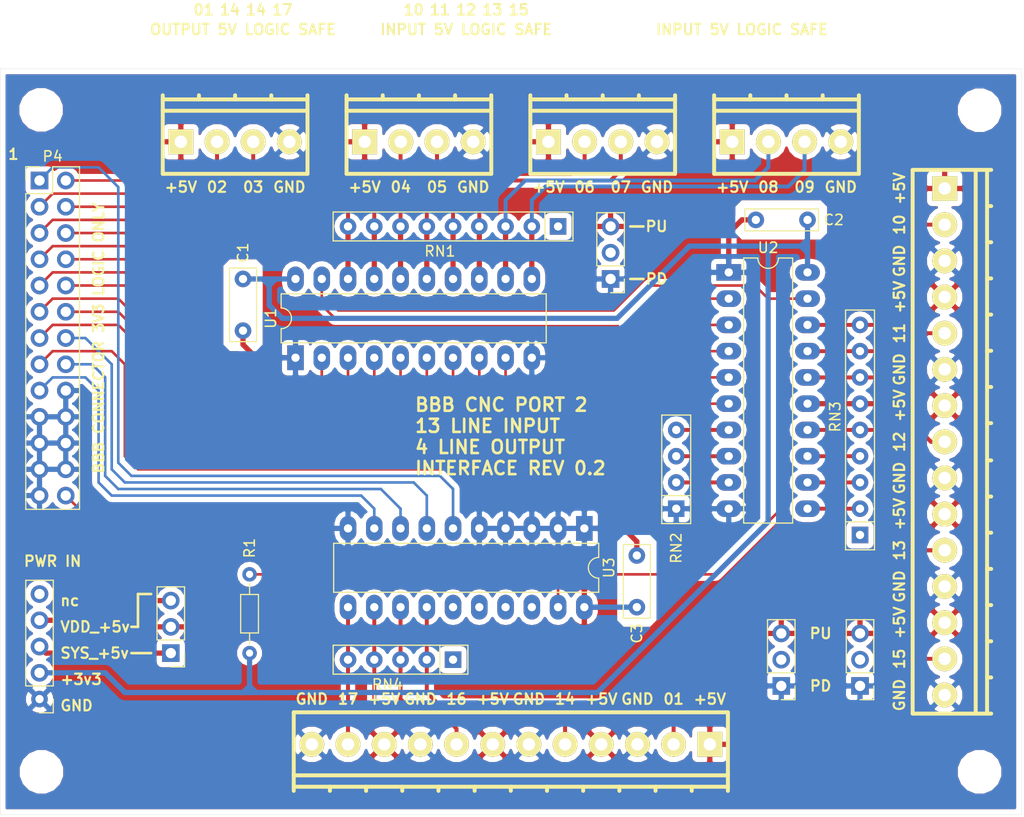
<source format=kicad_pcb>
(kicad_pcb (version 4) (host pcbnew 4.0.6-e0-6349~53~ubuntu16.04.1)
  (layers (0 F.Cu signal hide) (31 B.Cu signal) (35 F.Paste user) (37 F.SilkS user) (39 F.Mask user) (44 Edge.Cuts user))
  (net 0 "")
  (net 1 GND)
  (net 2 +3V3)
  (net 3 +5V)
  (net 4 /IN-09)
  (net 5 /IN-08)
  (net 6 /IN-07)
  (net 7 /IN-06)
  (net 8 /IN-05)
  (net 9 /IN-04)
  (net 10 /IN-03)
  (net 11 /IN-02)
  (net 12 /IN-10)
  (net 13 /IN-11)
  (net 14 /IN-12)
  (net 15 /IN-13)
  (net 16 /IN-15)
  (net 17 /OUT-01)
  (net 18 /OUT-14)
  (net 19 /OUT-16)
  (net 20 /OUT-17)
  (net 21 DB_17)
  (net 22 DB_16)
  (net 23 DB_15)
  (net 24 DB_14)
  (net 25 DB_13)
  (net 26 DB_12)
  (net 27 DB_11)
  (net 28 DB_10)
  (net 29 DB_09)
  (net 30 DB_08)
  (net 31 DB_07)
  (net 32 DB_06)
  (net 33 DB_05)
  (net 34 DB_04)
  (net 35 DB_03)
  (net 36 DB_02)
  (net 37 DB_01)
  (net 38 /SYS_+5v)
  (net 39 /VDD_+5v)
  (net 40 CHIP_ENABLE)
  (net 41 "Net-(RN1-Pad4)")
  (net 42 "Net-(RN1-Pad3)")
  (net 43 "Net-(RN1-Pad2)")
  (net 44 "Net-(RN2-Pad2)")
  (net 45 "Net-(RN2-Pad3)")
  (net 46 "Net-(RN2-Pad4)")
  (module Pin_Headers:Pin_Header_Straight_1x03_Pitch2.54mm (layer F.Cu) (at 84.455 45.72 180)
    (fp_text reference SEL_1 hide)
    (fp_text value Pin_Header_Straight_1x03_Pitch2.54mm hide)
    (pad 1 thru_hole rect (at 0 0 180) (size 1.7 1.7) (drill 1) (layers *.Cu *.Mask) (net 1 GND))
    (pad 2 thru_hole oval (at 0 2.54 180) (size 1.7 1.7) (drill 1) (layers *.Cu *.Mask))
    (pad 3 thru_hole oval (at 0 5.08 180) (size 1.7 1.7) (drill 1) (layers *.Cu *.Mask) (net 3 +5V))
  )
  (module Pin_Headers:Pin_Header_Straight_1x03_Pitch2.54mm (layer F.Cu) (at 108.585 85.09 180)
    (fp_text reference SEL_2 hide)
    (fp_text value Pin_Header_Straight_1x03_Pitch2.54mm hide)
    (pad 1 thru_hole rect (at 0 0 180) (size 1.7 1.7) (drill 1) (layers *.Cu *.Mask) (net 1 GND))
    (pad 2 thru_hole oval (at 0 2.54 180) (size 1.7 1.7) (drill 1) (layers *.Cu *.Mask))
    (pad 3 thru_hole oval (at 0 5.08 180) (size 1.7 1.7) (drill 1) (layers *.Cu *.Mask) (net 3 +5V))
  )
  (module Resistors_THT:R_Array_SIP9 (layer F.Cu) (at 108.585 70.485 90)
    (fp_text reference RN3 (at 11.43 -2.4 90) (layer F.SilkS))
    (fp_text value R_Array_SIP9)
    (pad 1 thru_hole rect (at 0 0 90) (size 1.6 1.6) (drill 0.8) (layers *.Cu *.Mask))
    (pad 2 thru_hole oval (at 2.54 0 90) (size 1.6 1.6) (drill 0.8) (layers *.Cu *.Mask) (net 43 "Net-(RN1-Pad2)"))
    (pad 3 thru_hole oval (at 5.08 0 90) (size 1.6 1.6) (drill 0.8) (layers *.Cu *.Mask) (net 42 "Net-(RN1-Pad3)"))
    (pad 4 thru_hole oval (at 7.62 0 90) (size 1.6 1.6) (drill 0.8) (layers *.Cu *.Mask) (net 41 "Net-(RN1-Pad4)"))
    (pad 5 thru_hole oval (at 10.16 0 90) (size 1.6 1.6) (drill 0.8) (layers *.Cu *.Mask) (net 16 /IN-15))
    (pad 6 thru_hole oval (at 12.7 0 90) (size 1.6 1.6) (drill 0.8) (layers *.Cu *.Mask) (net 15 /IN-13))
    (pad 7 thru_hole oval (at 15.24 0 90) (size 1.6 1.6) (drill 0.8) (layers *.Cu *.Mask) (net 14 /IN-12))
    (pad 8 thru_hole oval (at 17.78 0 90) (size 1.6 1.6) (drill 0.8) (layers *.Cu *.Mask) (net 13 /IN-11))
    (pad 9 thru_hole oval (at 20.32 0 90) (size 1.6 1.6) (drill 0.8) (layers *.Cu *.Mask) (net 12 /IN-10))
  )
  (module Pin_Headers:Pin_Header_Straight_2x13_Pitch2.54mm (layer F.Cu) (at 29.21 36.195)
    (fp_text reference P4 (at 1.27 -2.33) (layer F.SilkS))
    (fp_text value 13X2)
    (pad 26 thru_hole oval (at 2.54 30.48) (size 1.7 1.7) (drill 1) (layers *.Cu *.Mask) (net 40 CHIP_ENABLE))
    (pad 25 thru_hole oval (at 0 30.48) (size 1.7 1.7) (drill 1) (layers *.Cu *.Mask) (net 1 GND))
    (pad 24 thru_hole oval (at 2.54 27.94) (size 1.7 1.7) (drill 1) (layers *.Cu *.Mask) (net 1 GND))
    (pad 23 thru_hole oval (at 0 27.94) (size 1.7 1.7) (drill 1) (layers *.Cu *.Mask) (net 1 GND))
    (pad 22 thru_hole oval (at 2.54 25.4) (size 1.7 1.7) (drill 1) (layers *.Cu *.Mask) (net 1 GND))
    (pad 21 thru_hole oval (at 0 25.4) (size 1.7 1.7) (drill 1) (layers *.Cu *.Mask) (net 1 GND))
    (pad 20 thru_hole oval (at 2.54 22.86) (size 1.7 1.7) (drill 1) (layers *.Cu *.Mask) (net 1 GND))
    (pad 19 thru_hole oval (at 0 22.86) (size 1.7 1.7) (drill 1) (layers *.Cu *.Mask) (net 1 GND))
    (pad 18 thru_hole oval (at 2.54 20.32) (size 1.7 1.7) (drill 1) (layers *.Cu *.Mask) (net 1 GND))
    (pad 17 thru_hole oval (at 0 20.32) (size 1.7 1.7) (drill 1) (layers *.Cu *.Mask) (net 21 DB_17))
    (pad 16 thru_hole oval (at 2.54 17.78) (size 1.7 1.7) (drill 1) (layers *.Cu *.Mask) (net 22 DB_16))
    (pad 15 thru_hole oval (at 0 17.78) (size 1.7 1.7) (drill 1) (layers *.Cu *.Mask) (net 23 DB_15))
    (pad 14 thru_hole oval (at 2.54 15.24) (size 1.7 1.7) (drill 1) (layers *.Cu *.Mask) (net 24 DB_14))
    (pad 13 thru_hole oval (at 0 15.24) (size 1.7 1.7) (drill 1) (layers *.Cu *.Mask) (net 25 DB_13))
    (pad 12 thru_hole oval (at 2.54 12.7) (size 1.7 1.7) (drill 1) (layers *.Cu *.Mask) (net 26 DB_12))
    (pad 11 thru_hole oval (at 0 12.7) (size 1.7 1.7) (drill 1) (layers *.Cu *.Mask) (net 27 DB_11))
    (pad 10 thru_hole oval (at 2.54 10.16) (size 1.7 1.7) (drill 1) (layers *.Cu *.Mask) (net 28 DB_10))
    (pad 9 thru_hole oval (at 0 10.16) (size 1.7 1.7) (drill 1) (layers *.Cu *.Mask) (net 29 DB_09))
    (pad 8 thru_hole oval (at 2.54 7.62) (size 1.7 1.7) (drill 1) (layers *.Cu *.Mask) (net 30 DB_08))
    (pad 7 thru_hole oval (at 0 7.62) (size 1.7 1.7) (drill 1) (layers *.Cu *.Mask) (net 31 DB_07))
    (pad 6 thru_hole oval (at 2.54 5.08) (size 1.7 1.7) (drill 1) (layers *.Cu *.Mask) (net 32 DB_06))
    (pad 5 thru_hole oval (at 0 5.08) (size 1.7 1.7) (drill 1) (layers *.Cu *.Mask) (net 33 DB_05))
    (pad 4 thru_hole oval (at 2.54 2.54) (size 1.7 1.7) (drill 1) (layers *.Cu *.Mask) (net 34 DB_04))
    (pad 3 thru_hole oval (at 0 2.54) (size 1.7 1.7) (drill 1) (layers *.Cu *.Mask) (net 35 DB_03))
    (pad 2 thru_hole oval (at 2.54 0) (size 1.7 1.7) (drill 1) (layers *.Cu *.Mask) (net 36 DB_02))
    (pad 1 thru_hole rect (at 0 0) (size 1.7 1.7) (drill 1) (layers *.Cu *.Mask) (net 37 DB_01))
  )
  (module Resistors_THT:R_Axial_DIN0204_L3.6mm_D1.6mm_P7.62mm_Horizontal (layer F.Cu) (at 49.53 81.915 90)
    (fp_text reference R1 (at 10.16 0 90) (layer F.SilkS))
    (fp_text value 4K7)
    (pad 1 thru_hole circle (at 0 0 90) (size 1.4 1.4) (drill 0.7) (layers *.Cu *.Mask) (net 2 +3V3))
    (pad 2 thru_hole oval (at 7.62 0 90) (size 1.4 1.4) (drill 0.7) (layers *.Cu *.Mask) (net 40 CHIP_ENABLE))
  )
  (module Mounting_Holes:MountingHole_3.2mm_M3 (layer F.Cu) (at 120.15 93.4)
    (fp_text reference REF** hide)
    (fp_text value M3)
    (pad 1 np_thru_hole circle (at 0 0) (size 3.2 3.2) (drill 3.2) (layers *.Cu *.Mask))
  )
  (module Mounting_Holes:MountingHole_3.2mm_M3 (layer F.Cu) (at 120.15 29.4)
    (fp_text reference REF** hide)
    (fp_text value M3)
    (pad 1 np_thru_hole circle (at 0 0) (size 3.2 3.2) (drill 3.2) (layers *.Cu *.Mask))
  )
  (module Mounting_Holes:MountingHole_3.2mm_M3 (layer F.Cu) (at 29.3624 29.3624)
    (fp_text reference REF** hide)
    (fp_text value M3)
    (pad 1 np_thru_hole circle (at 0 0) (size 3.2 3.2) (drill 3.2) (layers *.Cu *.Mask))
  )
  (module Capacitors_THT:C_Rect_L7.0mm_W2.5mm_P5.00mm (layer F.Cu) (at 48.895 45.72 270)
    (fp_text reference C1 (at -2.54 0 270) (layer F.SilkS))
    (fp_text value 100n)
    (pad 2 thru_hole circle (at 5 0 270) (size 1.6 1.6) (drill 0.8) (layers *.Cu *.Mask) (net 1 GND))
    (pad 1 thru_hole circle (at 0 0 270) (size 1.6 1.6) (drill 0.8) (layers *.Cu *.Mask) (net 2 +3V3))
  )
  (module Capacitors_THT:C_Rect_L7.0mm_W2.0mm_P5.00mm (layer F.Cu) (at 103.505 40.005 180)
    (fp_text reference C2 (at -2.54 0 180) (layer F.SilkS))
    (fp_text value 100n)
    (pad 2 thru_hole circle (at 5 0 180) (size 1.6 1.6) (drill 0.8) (layers *.Cu *.Mask) (net 1 GND))
    (pad 1 thru_hole circle (at 0 0 180) (size 1.6 1.6) (drill 0.8) (layers *.Cu *.Mask) (net 2 +3V3))
  )
  (module Capacitors_THT:C_Rect_L7.0mm_W2.5mm_P5.00mm (layer F.Cu) (at 86.995 77.47 90)
    (fp_text reference C3 (at -2.54 0 90) (layer F.SilkS))
    (fp_text value 100n)
    (pad 1 thru_hole circle (at 0 0 90) (size 1.6 1.6) (drill 0.8) (layers *.Cu *.Mask) (net 3 +5V))
    (pad 2 thru_hole circle (at 5 0 90) (size 1.6 1.6) (drill 0.8) (layers *.Cu *.Mask) (net 1 GND))
  )
  (module Pin_Headers:Pin_Header_Straight_1x05_Pitch2.54mm (layer F.Cu) (at 29.21 86.36 180)
    (fp_text reference PPWRIN_1 hide)
    (fp_text value 1X5 hide)
    (pad 5 thru_hole oval (at 0 10.16 180) (size 1.7 1.7) (drill 1) (layers *.Cu *.Mask))
    (pad 4 thru_hole oval (at 0 7.62 180) (size 1.7 1.7) (drill 1) (layers *.Cu *.Mask) (net 39 /VDD_+5v))
    (pad 3 thru_hole oval (at 0 5.08 180) (size 1.7 1.7) (drill 1) (layers *.Cu *.Mask) (net 38 /SYS_+5v))
    (pad 2 thru_hole oval (at 0 2.54 180) (size 1.7 1.7) (drill 1) (layers *.Cu *.Mask) (net 2 +3V3))
    (pad 1 thru_hole circle (at 0 0 180) (size 1.6 1.6) (drill 0.8) (layers *.Cu *.Mask) (net 1 GND))
  )
  (module Pin_Headers:Pin_Header_Straight_1x03_Pitch2.54mm (layer F.Cu) (at 41.91 81.915 180)
    (fp_text reference PPWRSEL_1 hide)
    (fp_text value 1X3 hide)
    (pad 3 thru_hole oval (at 0 5.08 180) (size 1.7 1.7) (drill 1) (layers *.Cu *.Mask) (net 39 /VDD_+5v))
    (pad 2 thru_hole oval (at 0 2.54 180) (size 1.7 1.7) (drill 1) (layers *.Cu *.Mask) (net 3 +5V))
    (pad 1 thru_hole rect (at 0 0 180) (size 1.7 1.7) (drill 1) (layers *.Cu *.Mask) (net 38 /SYS_+5v))
  )
  (module Mounting_Holes:MountingHole_3.2mm_M3 (layer F.Cu) (at 29.4 93.4)
    (fp_text reference REF** hide)
    (fp_text value M3)
    (pad 1 np_thru_hole circle (at 0 0) (size 3.2 3.2) (drill 3.2) (layers *.Cu *.Mask))
  )
  (module Resistors_THT:R_Array_SIP4 (layer F.Cu) (at 90.805 67.945 90)
    (fp_text reference RN2 (at -3.81 0 90) (layer F.SilkS))
    (fp_text value 10k)
    (pad 1 thru_hole rect (at 0 0 90) (size 1.6 1.6) (drill 0.8) (layers *.Cu *.Mask) (net 1 GND))
    (pad 2 thru_hole oval (at 2.54 0 90) (size 1.6 1.6) (drill 0.8) (layers *.Cu *.Mask) (net 44 "Net-(RN2-Pad2)"))
    (pad 3 thru_hole oval (at 5.08 0 90) (size 1.6 1.6) (drill 0.8) (layers *.Cu *.Mask) (net 45 "Net-(RN2-Pad3)"))
    (pad 4 thru_hole oval (at 7.62 0 90) (size 1.6 1.6) (drill 0.8) (layers *.Cu *.Mask) (net 46 "Net-(RN2-Pad4)"))
  )
  (module Housings_DIP:DIP-20_W7.62mm_LongPads (layer F.Cu) (at 81.915 69.85 270)
    (fp_text reference U3 (at 3.81 -2.39 270) (layer F.SilkS))
    (fp_text value 74LS541)
    (pad 1 thru_hole rect (at 0 0 270) (size 2.4 1.6) (drill 0.8) (layers *.Cu *.Mask) (net 1 GND))
    (pad 11 thru_hole oval (at 7.62 22.86 270) (size 2.4 1.6) (drill 0.8) (layers *.Cu *.Mask) (net 20 /OUT-17))
    (pad 2 thru_hole oval (at 0 2.54 270) (size 2.4 1.6) (drill 0.8) (layers *.Cu *.Mask) (net 1 GND))
    (pad 12 thru_hole oval (at 7.62 20.32 270) (size 2.4 1.6) (drill 0.8) (layers *.Cu *.Mask) (net 19 /OUT-16))
    (pad 3 thru_hole oval (at 0 5.08 270) (size 2.4 1.6) (drill 0.8) (layers *.Cu *.Mask) (net 1 GND))
    (pad 13 thru_hole oval (at 7.62 17.78 270) (size 2.4 1.6) (drill 0.8) (layers *.Cu *.Mask) (net 18 /OUT-14))
    (pad 4 thru_hole oval (at 0 7.62 270) (size 2.4 1.6) (drill 0.8) (layers *.Cu *.Mask) (net 1 GND))
    (pad 14 thru_hole oval (at 7.62 15.24 270) (size 2.4 1.6) (drill 0.8) (layers *.Cu *.Mask) (net 17 /OUT-01))
    (pad 5 thru_hole oval (at 0 10.16 270) (size 2.4 1.6) (drill 0.8) (layers *.Cu *.Mask) (net 1 GND))
    (pad 15 thru_hole oval (at 7.62 12.7 270) (size 2.4 1.6) (drill 0.8) (layers *.Cu *.Mask))
    (pad 6 thru_hole oval (at 0 12.7 270) (size 2.4 1.6) (drill 0.8) (layers *.Cu *.Mask) (net 37 DB_01))
    (pad 16 thru_hole oval (at 7.62 10.16 270) (size 2.4 1.6) (drill 0.8) (layers *.Cu *.Mask))
    (pad 7 thru_hole oval (at 0 15.24 270) (size 2.4 1.6) (drill 0.8) (layers *.Cu *.Mask) (net 24 DB_14))
    (pad 17 thru_hole oval (at 7.62 7.62 270) (size 2.4 1.6) (drill 0.8) (layers *.Cu *.Mask))
    (pad 8 thru_hole oval (at 0 17.78 270) (size 2.4 1.6) (drill 0.8) (layers *.Cu *.Mask) (net 22 DB_16))
    (pad 18 thru_hole oval (at 7.62 5.08 270) (size 2.4 1.6) (drill 0.8) (layers *.Cu *.Mask))
    (pad 9 thru_hole oval (at 0 20.32 270) (size 2.4 1.6) (drill 0.8) (layers *.Cu *.Mask) (net 21 DB_17))
    (pad 19 thru_hole oval (at 7.62 2.54 270) (size 2.4 1.6) (drill 0.8) (layers *.Cu *.Mask) (net 40 CHIP_ENABLE))
    (pad 10 thru_hole oval (at 0 22.86 270) (size 2.4 1.6) (drill 0.8) (layers *.Cu *.Mask) (net 1 GND))
    (pad 20 thru_hole oval (at 7.62 0 270) (size 2.4 1.6) (drill 0.8) (layers *.Cu *.Mask) (net 3 +5V))
  )
  (module Housings_DIP:DIP-20_W7.62mm_LongPads (layer F.Cu) (at 95.885 45.085)
    (fp_text reference U2 (at 3.81 -2.39) (layer F.SilkS))
    (fp_text value 74LVC245)
    (pad 1 thru_hole rect (at 0 0) (size 2.4 1.6) (drill 0.8) (layers *.Cu *.Mask) (net 1 GND))
    (pad 11 thru_hole oval (at 7.62 22.86) (size 2.4 1.6) (drill 0.8) (layers *.Cu *.Mask) (net 43 "Net-(RN1-Pad2)"))
    (pad 2 thru_hole oval (at 0 2.54) (size 2.4 1.6) (drill 0.8) (layers *.Cu *.Mask) (net 28 DB_10))
    (pad 12 thru_hole oval (at 7.62 20.32) (size 2.4 1.6) (drill 0.8) (layers *.Cu *.Mask) (net 42 "Net-(RN1-Pad3)"))
    (pad 3 thru_hole oval (at 0 5.08) (size 2.4 1.6) (drill 0.8) (layers *.Cu *.Mask) (net 27 DB_11))
    (pad 13 thru_hole oval (at 7.62 17.78) (size 2.4 1.6) (drill 0.8) (layers *.Cu *.Mask) (net 41 "Net-(RN1-Pad4)"))
    (pad 4 thru_hole oval (at 0 7.62) (size 2.4 1.6) (drill 0.8) (layers *.Cu *.Mask) (net 26 DB_12))
    (pad 14 thru_hole oval (at 7.62 15.24) (size 2.4 1.6) (drill 0.8) (layers *.Cu *.Mask) (net 16 /IN-15))
    (pad 5 thru_hole oval (at 0 10.16) (size 2.4 1.6) (drill 0.8) (layers *.Cu *.Mask) (net 25 DB_13))
    (pad 15 thru_hole oval (at 7.62 12.7) (size 2.4 1.6) (drill 0.8) (layers *.Cu *.Mask) (net 15 /IN-13))
    (pad 6 thru_hole oval (at 0 12.7) (size 2.4 1.6) (drill 0.8) (layers *.Cu *.Mask) (net 23 DB_15))
    (pad 16 thru_hole oval (at 7.62 10.16) (size 2.4 1.6) (drill 0.8) (layers *.Cu *.Mask) (net 14 /IN-12))
    (pad 7 thru_hole oval (at 0 15.24) (size 2.4 1.6) (drill 0.8) (layers *.Cu *.Mask) (net 46 "Net-(RN2-Pad4)"))
    (pad 17 thru_hole oval (at 7.62 7.62) (size 2.4 1.6) (drill 0.8) (layers *.Cu *.Mask) (net 13 /IN-11))
    (pad 8 thru_hole oval (at 0 17.78) (size 2.4 1.6) (drill 0.8) (layers *.Cu *.Mask) (net 45 "Net-(RN2-Pad3)"))
    (pad 18 thru_hole oval (at 7.62 5.08) (size 2.4 1.6) (drill 0.8) (layers *.Cu *.Mask) (net 12 /IN-10))
    (pad 9 thru_hole oval (at 0 20.32) (size 2.4 1.6) (drill 0.8) (layers *.Cu *.Mask) (net 44 "Net-(RN2-Pad2)"))
    (pad 19 thru_hole oval (at 7.62 2.54) (size 2.4 1.6) (drill 0.8) (layers *.Cu *.Mask) (net 40 CHIP_ENABLE))
    (pad 10 thru_hole oval (at 0 22.86) (size 2.4 1.6) (drill 0.8) (layers *.Cu *.Mask) (net 1 GND))
    (pad 20 thru_hole oval (at 7.62 0) (size 2.4 1.6) (drill 0.8) (layers *.Cu *.Mask) (net 2 +3V3))
  )
  (module Housings_DIP:DIP-20_W7.62mm_LongPads (layer F.Cu) (at 53.975 53.34 90)
    (fp_text reference U1 (at 3.81 -2.39 90) (layer F.SilkS))
    (fp_text value 74LVC245)
    (pad 1 thru_hole rect (at 0 0 90) (size 2.4 1.6) (drill 0.8) (layers *.Cu *.Mask) (net 1 GND))
    (pad 11 thru_hole oval (at 7.62 22.86 90) (size 2.4 1.6) (drill 0.8) (layers *.Cu *.Mask) (net 4 /IN-09))
    (pad 2 thru_hole oval (at 0 2.54 90) (size 2.4 1.6) (drill 0.8) (layers *.Cu *.Mask) (net 36 DB_02))
    (pad 12 thru_hole oval (at 7.62 20.32 90) (size 2.4 1.6) (drill 0.8) (layers *.Cu *.Mask) (net 5 /IN-08))
    (pad 3 thru_hole oval (at 0 5.08 90) (size 2.4 1.6) (drill 0.8) (layers *.Cu *.Mask) (net 35 DB_03))
    (pad 13 thru_hole oval (at 7.62 17.78 90) (size 2.4 1.6) (drill 0.8) (layers *.Cu *.Mask) (net 6 /IN-07))
    (pad 4 thru_hole oval (at 0 7.62 90) (size 2.4 1.6) (drill 0.8) (layers *.Cu *.Mask) (net 34 DB_04))
    (pad 14 thru_hole oval (at 7.62 15.24 90) (size 2.4 1.6) (drill 0.8) (layers *.Cu *.Mask) (net 7 /IN-06))
    (pad 5 thru_hole oval (at 0 10.16 90) (size 2.4 1.6) (drill 0.8) (layers *.Cu *.Mask) (net 33 DB_05))
    (pad 15 thru_hole oval (at 7.62 12.7 90) (size 2.4 1.6) (drill 0.8) (layers *.Cu *.Mask) (net 8 /IN-05))
    (pad 6 thru_hole oval (at 0 12.7 90) (size 2.4 1.6) (drill 0.8) (layers *.Cu *.Mask) (net 32 DB_06))
    (pad 16 thru_hole oval (at 7.62 10.16 90) (size 2.4 1.6) (drill 0.8) (layers *.Cu *.Mask) (net 9 /IN-04))
    (pad 7 thru_hole oval (at 0 15.24 90) (size 2.4 1.6) (drill 0.8) (layers *.Cu *.Mask) (net 31 DB_07))
    (pad 17 thru_hole oval (at 7.62 7.62 90) (size 2.4 1.6) (drill 0.8) (layers *.Cu *.Mask) (net 10 /IN-03))
    (pad 8 thru_hole oval (at 0 17.78 90) (size 2.4 1.6) (drill 0.8) (layers *.Cu *.Mask) (net 30 DB_08))
    (pad 18 thru_hole oval (at 7.62 5.08 90) (size 2.4 1.6) (drill 0.8) (layers *.Cu *.Mask) (net 11 /IN-02))
    (pad 9 thru_hole oval (at 0 20.32 90) (size 2.4 1.6) (drill 0.8) (layers *.Cu *.Mask) (net 29 DB_09))
    (pad 19 thru_hole oval (at 7.62 2.54 90) (size 2.4 1.6) (drill 0.8) (layers *.Cu *.Mask) (net 40 CHIP_ENABLE))
    (pad 10 thru_hole oval (at 0 22.86 90) (size 2.4 1.6) (drill 0.8) (layers *.Cu *.Mask) (net 1 GND))
    (pad 20 thru_hole oval (at 7.62 0 90) (size 2.4 1.6) (drill 0.8) (layers *.Cu *.Mask) (net 2 +3V3))
  )
  (module w_conn_pt-1,5:pt_1,5-15-3,5-h (layer F.Cu) (at 117.475 61.468 90)
    (fp_text reference J_IN_5 hide)
    (fp_text value ST_1x12 hide)
    (pad 2 thru_hole circle (at 21 -0.7 90) (size 2.4 2.4) (drill 1.2) (layers *.Cu *.Mask F.SilkS) (net 12 /IN-10))
    (pad 1 thru_hole rect (at 24.5 -0.7 90) (size 2.4 2.4) (drill 1.2) (layers *.Cu *.Mask F.SilkS) (net 3 +5V))
    (pad 3 thru_hole circle (at 17.5 -0.7 90) (size 2.4 2.4) (drill 1.2) (layers *.Cu *.Mask F.SilkS) (net 1 GND))
    (pad 4 thru_hole circle (at 14 -0.7 90) (size 2.4 2.4) (drill 1.2) (layers *.Cu *.Mask F.SilkS) (net 3 +5V))
    (pad 5 thru_hole circle (at 10.5 -0.7 90) (size 2.4 2.4) (drill 1.2) (layers *.Cu *.Mask F.SilkS) (net 13 /IN-11))
    (pad 6 thru_hole circle (at 7 -0.7 90) (size 2.4 2.4) (drill 1.2) (layers *.Cu *.Mask F.SilkS) (net 1 GND))
    (pad 7 thru_hole circle (at 3.5 -0.7 90) (size 2.4 2.4) (drill 1.2) (layers *.Cu *.Mask F.SilkS) (net 3 +5V))
    (pad 8 thru_hole circle (at 0 -0.7 90) (size 2.4 2.4) (drill 1.2) (layers *.Cu *.Mask F.SilkS) (net 14 /IN-12))
    (pad 9 thru_hole circle (at -3.5 -0.7 90) (size 2.4 2.4) (drill 1.2) (layers *.Cu *.Mask F.SilkS) (net 1 GND))
    (pad 10 thru_hole circle (at -7 -0.7 90) (size 2.4 2.4) (drill 1.2) (layers *.Cu *.Mask F.SilkS) (net 3 +5V))
    (pad 11 thru_hole circle (at -10.5 -0.7 90) (size 2.4 2.4) (drill 1.2) (layers *.Cu *.Mask F.SilkS) (net 15 /IN-13))
    (pad 12 thru_hole circle (at -14 -0.7 90) (size 2.4 2.4) (drill 1.2) (layers *.Cu *.Mask F.SilkS) (net 1 GND))
    (pad 13 thru_hole circle (at -17.5 -0.7 90) (size 2.4 2.4) (drill 1.2) (layers *.Cu *.Mask F.SilkS) (net 3 +5V))
    (pad 14 thru_hole circle (at -21 -0.7 90) (size 2.4 2.4) (drill 1.2) (layers *.Cu *.Mask F.SilkS) (net 16 /IN-15))
    (pad 15 thru_hole circle (at -24.5 -0.7 90) (size 2.4 2.4) (drill 1.2) (layers *.Cu *.Mask F.SilkS) (net 1 GND))
  )
  (module w_conn_pt-1,5:pt_1,5-12-3,5-h (layer F.Cu) (at 74.803 91.44)
    (fp_text reference J_OUT_2 hide)
    (fp_text value ST_1x12 hide)
    (pad 3 thru_hole circle (at 12.25 -0.7) (size 2.4 2.4) (drill 1.2) (layers *.Cu *.Mask F.SilkS) (net 1 GND))
    (pad 2 thru_hole circle (at 15.75 -0.7) (size 2.4 2.4) (drill 1.2) (layers *.Cu *.Mask F.SilkS) (net 17 /OUT-01))
    (pad 4 thru_hole circle (at 8.75 -0.7) (size 2.4 2.4) (drill 1.2) (layers *.Cu *.Mask F.SilkS) (net 3 +5V))
    (pad 5 thru_hole circle (at 5.25 -0.7) (size 2.4 2.4) (drill 1.2) (layers *.Cu *.Mask F.SilkS) (net 18 /OUT-14))
    (pad 6 thru_hole circle (at 1.75 -0.7) (size 2.4 2.4) (drill 1.2) (layers *.Cu *.Mask F.SilkS) (net 1 GND))
    (pad 7 thru_hole circle (at -1.75 -0.7) (size 2.4 2.4) (drill 1.2) (layers *.Cu *.Mask F.SilkS) (net 3 +5V))
    (pad 1 thru_hole rect (at 19.25 -0.7) (size 2.4 2.4) (drill 1.2) (layers *.Cu *.Mask F.SilkS) (net 3 +5V))
    (pad 8 thru_hole circle (at -5.25 -0.7) (size 2.4 2.4) (drill 1.2) (layers *.Cu *.Mask F.SilkS) (net 19 /OUT-16))
    (pad 9 thru_hole circle (at -8.75 -0.7) (size 2.4 2.4) (drill 1.2) (layers *.Cu *.Mask F.SilkS) (net 1 GND))
    (pad 10 thru_hole circle (at -12.25 -0.7) (size 2.4 2.4) (drill 1.2) (layers *.Cu *.Mask F.SilkS) (net 3 +5V))
    (pad 11 thru_hole circle (at -15.75 -0.7) (size 2.4 2.4) (drill 1.2) (layers *.Cu *.Mask F.SilkS) (net 20 /OUT-17))
    (pad 12 thru_hole circle (at -19.25 -0.7) (size 2.4 2.4) (drill 1.2) (layers *.Cu *.Mask F.SilkS) (net 1 GND))
  )
  (module w_conn_pt-1,5:pt_1,5-4-3,5-h (layer F.Cu) (at 101.473 31.75 180)
    (fp_text reference J_IN_4 hide)
    (fp_text value ST_1x04 hide)
    (pad 2 thru_hole circle (at 1.75 -0.7 180) (size 2.4 2.4) (drill 1.2) (layers *.Cu *.Mask F.SilkS) (net 5 /IN-08))
    (pad 1 thru_hole rect (at 5.25 -0.7 180) (size 2.4 2.4) (drill 1.2) (layers *.Cu *.Mask F.SilkS) (net 3 +5V))
    (pad 3 thru_hole circle (at -1.75 -0.7 180) (size 2.4 2.4) (drill 1.2) (layers *.Cu *.Mask F.SilkS) (net 4 /IN-09))
    (pad 4 thru_hole circle (at -5.25 -0.7 180) (size 2.4 2.4) (drill 1.2) (layers *.Cu *.Mask F.SilkS) (net 1 GND))
  )
  (module w_conn_pt-1,5:pt_1,5-4-3,5-h (layer F.Cu) (at 83.693 31.75 180)
    (fp_text reference J_IN_3 hide)
    (fp_text value ST_1x04 hide)
    (pad 2 thru_hole circle (at 1.75 -0.7 180) (size 2.4 2.4) (drill 1.2) (layers *.Cu *.Mask F.SilkS) (net 7 /IN-06))
    (pad 1 thru_hole rect (at 5.25 -0.7 180) (size 2.4 2.4) (drill 1.2) (layers *.Cu *.Mask F.SilkS) (net 3 +5V))
    (pad 3 thru_hole circle (at -1.75 -0.7 180) (size 2.4 2.4) (drill 1.2) (layers *.Cu *.Mask F.SilkS) (net 6 /IN-07))
    (pad 4 thru_hole circle (at -5.25 -0.7 180) (size 2.4 2.4) (drill 1.2) (layers *.Cu *.Mask F.SilkS) (net 1 GND))
  )
  (module w_conn_pt-1,5:pt_1,5-4-3,5-h (layer F.Cu) (at 65.913 31.75 180)
    (fp_text reference J_IN_2 hide)
    (fp_text value ST_1x04 hide)
    (pad 2 thru_hole circle (at 1.75 -0.7 180) (size 2.4 2.4) (drill 1.2) (layers *.Cu *.Mask F.SilkS) (net 9 /IN-04))
    (pad 1 thru_hole rect (at 5.25 -0.7 180) (size 2.4 2.4) (drill 1.2) (layers *.Cu *.Mask F.SilkS) (net 3 +5V))
    (pad 3 thru_hole circle (at -1.75 -0.7 180) (size 2.4 2.4) (drill 1.2) (layers *.Cu *.Mask F.SilkS) (net 8 /IN-05))
    (pad 4 thru_hole circle (at -5.25 -0.7 180) (size 2.4 2.4) (drill 1.2) (layers *.Cu *.Mask F.SilkS) (net 1 GND))
  )
  (module w_conn_pt-1,5:pt_1,5-4-3,5-h (layer F.Cu) (at 48.133 31.75 180)
    (fp_text reference J_IN_1 hide)
    (fp_text value ST_1x04 hide)
    (pad 2 thru_hole circle (at 1.75 -0.7 180) (size 2.4 2.4) (drill 1.2) (layers *.Cu *.Mask F.SilkS) (net 11 /IN-02))
    (pad 1 thru_hole rect (at 5.25 -0.7 180) (size 2.4 2.4) (drill 1.2) (layers *.Cu *.Mask F.SilkS) (net 3 +5V))
    (pad 3 thru_hole circle (at -1.75 -0.7 180) (size 2.4 2.4) (drill 1.2) (layers *.Cu *.Mask F.SilkS) (net 10 /IN-03))
    (pad 4 thru_hole circle (at -5.25 -0.7 180) (size 2.4 2.4) (drill 1.2) (layers *.Cu *.Mask F.SilkS) (net 1 GND))
  )
  (module Resistors_THT:R_Array_SIP9 (layer F.Cu) (at 79.375 40.64 180)
    (fp_text reference RN1 (at 11.43 -2.4 180) (layer F.SilkS))
    (fp_text value R_Array_SIP9)
    (pad 1 thru_hole rect (at 0 0 180) (size 1.6 1.6) (drill 0.8) (layers *.Cu *.Mask))
    (pad 2 thru_hole oval (at 2.54 0 180) (size 1.6 1.6) (drill 0.8) (layers *.Cu *.Mask) (net 4 /IN-09))
    (pad 3 thru_hole oval (at 5.08 0 180) (size 1.6 1.6) (drill 0.8) (layers *.Cu *.Mask) (net 5 /IN-08))
    (pad 4 thru_hole oval (at 7.62 0 180) (size 1.6 1.6) (drill 0.8) (layers *.Cu *.Mask) (net 6 /IN-07))
    (pad 5 thru_hole oval (at 10.16 0 180) (size 1.6 1.6) (drill 0.8) (layers *.Cu *.Mask) (net 7 /IN-06))
    (pad 6 thru_hole oval (at 12.7 0 180) (size 1.6 1.6) (drill 0.8) (layers *.Cu *.Mask) (net 8 /IN-05))
    (pad 7 thru_hole oval (at 15.24 0 180) (size 1.6 1.6) (drill 0.8) (layers *.Cu *.Mask) (net 9 /IN-04))
    (pad 8 thru_hole oval (at 17.78 0 180) (size 1.6 1.6) (drill 0.8) (layers *.Cu *.Mask) (net 10 /IN-03))
    (pad 9 thru_hole oval (at 20.32 0 180) (size 1.6 1.6) (drill 0.8) (layers *.Cu *.Mask) (net 11 /IN-02))
  )
  (module Resistors_THT:R_Array_SIP5 (layer F.Cu) (at 69.215 82.55 180)
    (fp_text reference RN4 (at 6.35 -2.4 180) (layer F.SilkS))
    (fp_text value R_Array_SIP5)
    (pad 1 thru_hole rect (at 0 0 180) (size 1.6 1.6) (drill 0.8) (layers *.Cu *.Mask))
    (pad 2 thru_hole oval (at 2.54 0 180) (size 1.6 1.6) (drill 0.8) (layers *.Cu *.Mask) (net 17 /OUT-01))
    (pad 3 thru_hole oval (at 5.08 0 180) (size 1.6 1.6) (drill 0.8) (layers *.Cu *.Mask) (net 18 /OUT-14))
    (pad 4 thru_hole oval (at 7.62 0 180) (size 1.6 1.6) (drill 0.8) (layers *.Cu *.Mask) (net 19 /OUT-16))
    (pad 5 thru_hole oval (at 10.16 0 180) (size 1.6 1.6) (drill 0.8) (layers *.Cu *.Mask) (net 20 /OUT-17))
  )
  (module Pin_Headers:Pin_Header_Straight_1x03_Pitch2.54mm (layer F.Cu) (at 100.965 85.09 180)
    (fp_text reference SEL_3 hide)
    (fp_text value Pin_Header_Straight_1x03_Pitch2.54mm hide)
    (pad 1 thru_hole rect (at 0 0 180) (size 1.7 1.7) (drill 1) (layers *.Cu *.Mask) (net 1 GND))
    (pad 2 thru_hole oval (at 0 2.54 180) (size 1.7 1.7) (drill 1) (layers *.Cu *.Mask))
    (pad 3 thru_hole oval (at 0 5.08 180) (size 1.7 1.7) (drill 1) (layers *.Cu *.Mask) (net 3 +5V))
  )
  (gr_text +5V (at 112.395 47.468 90) (layer F.SilkS) (effects (font (size 1.016 1.016) (thickness 0.2032))))
  (gr_text GND (at 112.395 43.968 90) (layer F.SilkS) (effects (font (size 1.016 1.016) (thickness 0.2032))))
  (gr_text 10 (at 112.395 40.468 90) (layer F.SilkS) (effects (font (size 1.016 1.016) (thickness 0.2032))))
  (gr_text +5V (at 112.395 36.968 90) (layer F.SilkS) (effects (font (size 1.016 1.016) (thickness 0.2032))))
  (gr_text +5V (at 112.395 47.468 90) (layer F.SilkS) (effects (font (size 1.016 1.016) (thickness 0.2032))))
  (gr_text 11 (at 112.395 50.968 90) (layer F.SilkS) (effects (font (size 1.016 1.016) (thickness 0.2032))))
  (gr_text GND (at 112.395 54.468 90) (layer F.SilkS) (effects (font (size 1.016 1.016) (thickness 0.2032))))
  (gr_text GND (at 112.395 64.968 90) (layer F.SilkS) (effects (font (size 1.016 1.016) (thickness 0.2032))))
  (gr_text 12 (at 112.395 61.468 90) (layer F.SilkS) (effects (font (size 1.016 1.016) (thickness 0.2032))))
  (gr_text +5V (at 112.395 57.968 90) (layer F.SilkS) (effects (font (size 1.016 1.016) (thickness 0.2032))))
  (gr_text +5V (at 112.395 68.468 90) (layer F.SilkS) (effects (font (size 1.016 1.016) (thickness 0.2032))))
  (gr_text 13 (at 112.395 71.968 90) (layer F.SilkS) (effects (font (size 1.016 1.016) (thickness 0.2032))))
  (gr_text GND (at 112.395 75.468 90) (layer F.SilkS) (effects (font (size 1.016 1.016) (thickness 0.2032))))
  (gr_text GND (at 112.395 85.968 90) (layer F.SilkS) (effects (font (size 1.016 1.016) (thickness 0.2032))))
  (gr_text 15 (at 112.395 82.468 90) (layer F.SilkS) (effects (font (size 1.016 1.016) (thickness 0.2032))))
  (gr_text +5V (at 112.395 78.968 90) (layer F.SilkS) (effects (font (size 1.016 1.016) (thickness 0.2032))))
  (gr_text GND (at 87.053 86.36) (layer F.SilkS) (effects (font (size 1.016 1.016) (thickness 0.2032))))
  (gr_text 01 (at 90.553 86.36) (layer F.SilkS) (effects (font (size 1.016 1.016) (thickness 0.2032))))
  (gr_text +5V (at 94.053 86.36) (layer F.SilkS) (effects (font (size 1.016 1.016) (thickness 0.2032))))
  (gr_text +5V (at 83.553 86.36) (layer F.SilkS) (effects (font (size 1.016 1.016) (thickness 0.2032))))
  (gr_text 14 (at 80.053 86.36) (layer F.SilkS) (effects (font (size 1.016 1.016) (thickness 0.2032))))
  (gr_text GND (at 76.553 86.36) (layer F.SilkS) (effects (font (size 1.016 1.016) (thickness 0.2032))))
  (gr_text GND (at 66.053 86.36) (layer F.SilkS) (effects (font (size 1.016 1.016) (thickness 0.2032))))
  (gr_text 16 (at 69.553 86.36) (layer F.SilkS) (effects (font (size 1.016 1.016) (thickness 0.2032))))
  (gr_text +5V (at 73.053 86.36) (layer F.SilkS) (effects (font (size 1.016 1.016) (thickness 0.2032))))
  (gr_text +5V (at 62.553 86.36) (layer F.SilkS) (effects (font (size 1.016 1.016) (thickness 0.2032))))
  (gr_text 17 (at 59.053 86.36) (layer F.SilkS) (effects (font (size 1.016 1.016) (thickness 0.2032))))
  (gr_text GND (at 55.553 86.36) (layer F.SilkS) (effects (font (size 1.016 1.016) (thickness 0.2032))))
  (gr_text 08 (at 99.723 36.83) (layer F.SilkS) (effects (font (size 1.016 1.016) (thickness 0.2032))))
  (gr_text 09 (at 103.223 36.83) (layer F.SilkS) (effects (font (size 1.016 1.016) (thickness 0.2032))))
  (gr_text +5V (at 96.223 36.83) (layer F.SilkS) (effects (font (size 1.016 1.016) (thickness 0.2032))))
  (gr_text GND (at 106.723 36.83) (layer F.SilkS) (effects (font (size 1.016 1.016) (thickness 0.2032))))
  (gr_text GND (at 88.943 36.83) (layer F.SilkS) (effects (font (size 1.016 1.016) (thickness 0.2032))))
  (gr_text +5V (at 78.443 36.83) (layer F.SilkS) (effects (font (size 1.016 1.016) (thickness 0.2032))))
  (gr_text 07 (at 85.443 36.83) (layer F.SilkS) (effects (font (size 1.016 1.016) (thickness 0.2032))))
  (gr_text 06 (at 81.943 36.83) (layer F.SilkS) (effects (font (size 1.016 1.016) (thickness 0.2032))))
  (gr_text 04 (at 64.163 36.83) (layer F.SilkS) (effects (font (size 1.016 1.016) (thickness 0.2032))))
  (gr_text 05 (at 67.663 36.83) (layer F.SilkS) (effects (font (size 1.016 1.016) (thickness 0.2032))))
  (gr_text +5V (at 60.663 36.83) (layer F.SilkS) (effects (font (size 1.016 1.016) (thickness 0.2032))))
  (gr_text GND (at 71.163 36.83) (layer F.SilkS) (effects (font (size 1.016 1.016) (thickness 0.2032))))
  (gr_text GND (at 53.383 36.83) (layer F.SilkS) (effects (font (size 1.016 1.016) (thickness 0.2032))))
  (gr_text +5V (at 42.883 36.83) (layer F.SilkS) (effects (font (size 1.016 1.016) (thickness 0.2032))))
  (gr_line (start 87.63 45.72) (end 86.36 45.72) (angle 90) (layer F.SilkS) (width 0.254))
  (gr_line (start 87.63 40.64) (end 86.36 40.64) (angle 90) (layer F.SilkS) (width 0.254))
  (gr_text PU (at 88.9 40.64) (layer F.SilkS) (effects (font (size 1.016 1.016) (thickness 0.2032))))
  (gr_text PD (at 88.9 45.72) (layer F.SilkS) (effects (font (size 1.016 1.016) (thickness 0.2032))))
  (gr_text PD (at 104.775 85.09) (layer F.SilkS) (effects (font (size 1.016 1.016) (thickness 0.2032))))
  (gr_text PU (at 104.775 80.01) (layer F.SilkS) (effects (font (size 1.016 1.016) (thickness 0.2032))))
  (gr_line (start 38.735 76.2) (end 40.005 76.2) (angle 90) (layer F.SilkS) (width 0.254))
  (gr_line (start 38.735 79.375) (end 38.735 76.2) (angle 90) (layer F.SilkS) (width 0.254))
  (gr_line (start 38.1 79.375) (end 38.735 79.375) (angle 90) (layer F.SilkS) (width 0.254))
  (gr_line (start 38.1 81.915) (end 40.005 81.915) (angle 90) (layer F.SilkS) (width 0.254))
  (gr_text "BBB CONNECTOR 3V3 LOGIC ONLY" (at 34.925 51.435 90) (layer F.SilkS) (effects (font (size 1.016 1.016) (thickness 0.2032))))
  (gr_text "BBB CNC PORT 2\n13 LINE INPUT  \n4 LINE OUTPUT\nINTERFACE REV 0.2" (at 65.405 60.96) (layer F.SilkS) (effects (font (size 1.27 1.27) (thickness 0.254)) (justify left)))
  (gr_text 1 (at 27.305 33.655) (layer F.SilkS) (effects (font (size 1.016 1.016) (thickness 0.2032)) (justify right)))
  (gr_text "OUTPUT 5V LOGIC SAFE" (at 48.895 21.59) (layer F.SilkS) (effects (font (size 1.016 1.016) (thickness 0.2032))))
  (gr_text "INPUT 5V LOGIC SAFE" (at 70.485 21.59) (layer F.SilkS) (effects (font (size 1.016 1.016) (thickness 0.2032))))
  (gr_text "INPUT 5V LOGIC SAFE" (at 97.155 21.59) (layer F.SilkS) (effects (font (size 1.016 1.016) (thickness 0.2032))))
  (gr_text 03 (at 49.883 36.83) (layer F.SilkS) (effects (font (size 1.016 1.016) (thickness 0.2032))))
  (gr_text 02 (at 46.383 36.83) (layer F.SilkS) (effects (font (size 1.016 1.016) (thickness 0.2032))))
  (gr_text 15 (at 75.565 19.685) (layer F.SilkS) (effects (font (size 1.016 1.016) (thickness 0.2032))))
  (gr_text 13 (at 73.025 19.685) (layer F.SilkS) (effects (font (size 1.016 1.016) (thickness 0.2032))))
  (gr_text 12 (at 70.485 19.685) (layer F.SilkS) (effects (font (size 1.016 1.016) (thickness 0.2032))))
  (gr_text 11 (at 67.945 19.685) (layer F.SilkS) (effects (font (size 1.016 1.016) (thickness 0.2032))))
  (gr_text 10 (at 65.405 19.685) (layer F.SilkS) (effects (font (size 1.016 1.016) (thickness 0.2032))))
  (gr_text 17 (at 52.705 19.685) (layer F.SilkS) (effects (font (size 1.016 1.016) (thickness 0.2032))))
  (gr_text 14 (at 50.165 19.685) (layer F.SilkS) (effects (font (size 1.016 1.016) (thickness 0.2032))))
  (gr_text 14 (at 47.625 19.685) (layer F.SilkS) (effects (font (size 1.016 1.016) (thickness 0.2032))))
  (gr_text 01 (at 45.085 19.685) (layer F.SilkS) (effects (font (size 1.016 1.016) (thickness 0.2032))))
  (gr_text "PWR IN" (at 30.48 73.025) (layer F.SilkS) (effects (font (size 1.016 1.016) (thickness 0.2032))))
  (gr_text nc (at 31.115 76.835) (layer F.SilkS) (effects (font (size 1.016 1.016) (thickness 0.2032)) (justify left)))
  (gr_text VDD_+5v (at 31.115 79.375) (layer F.SilkS) (effects (font (size 1.016 1.016) (thickness 0.2032)) (justify left)))
  (gr_text SYS_+5v (at 31.115 81.915) (layer F.SilkS) (effects (font (size 1.016 1.016) (thickness 0.2032)) (justify left)))
  (gr_text +3v3 (at 31.115 84.455) (layer F.SilkS) (effects (font (size 1.016 1.016) (thickness 0.2032)) (justify left)))
  (gr_text GND (at 31.115 86.995) (layer F.SilkS) (effects (font (size 1.016 1.016) (thickness 0.2032)) (justify left)))
  (gr_line (start 25.4 25.4) (end 25.4 97.536) (angle 90) (layer Edge.Cuts) (width 0.0254))
  (gr_line (start 25.4 25.4) (end 124.206 25.4) (angle 90) (layer Edge.Cuts) (width 0.0254))
  (gr_line (start 124.206 25.4) (end 124.206 97.536) (angle 90) (layer Edge.Cuts) (width 0.0254))
  (gr_line (start 25.4 97.536) (end 124.206 97.536) (angle 90) (layer Edge.Cuts) (width 0.0254))
  (segment (start 81.915 69.85) (end 85.725 69.85) (width 0.508) (layer F.Cu) (net 1))
  (segment (start 86.995 71.12) (end 86.995 72.47) (width 0.508) (layer F.Cu) (net 1))
  (segment (start 85.725 69.85) (end 86.995 71.12) (width 0.508) (layer F.Cu) (net 1))
  (segment (start 95.885 45.085) (end 95.885 41.275) (width 0.508) (layer F.Cu) (net 1))
  (segment (start 95.885 41.275) (end 97.155 40.005) (width 0.508) (layer F.Cu) (net 1))
  (segment (start 97.155 40.005) (end 98.505 40.005) (width 0.508) (layer F.Cu) (net 1))
  (segment (start 53.975 53.34) (end 50.165 53.34) (width 0.508) (layer F.Cu) (net 1))
  (segment (start 48.895 52.07) (end 48.895 50.72) (width 0.508) (layer F.Cu) (net 1))
  (segment (start 50.165 53.34) (end 48.895 52.07) (width 0.508) (layer F.Cu) (net 1))
  (segment (start 49.53 85.09) (end 48.895 85.725) (width 0.508) (layer B.Cu) (net 2))
  (segment (start 49.53 85.09) (end 50.165 85.725) (width 0.508) (layer B.Cu) (net 2))
  (segment (start 49.53 81.915) (end 49.53 85.09) (width 0.508) (layer B.Cu) (net 2))
  (segment (start 49.53 85.09) (end 49.53 85.725) (width 0.508) (layer B.Cu) (net 2))
  (segment (start 99.06 42.545) (end 99.695 43.18) (width 0.508) (layer B.Cu) (net 2))
  (segment (start 99.695 43.18) (end 100.33 42.545) (width 0.508) (layer B.Cu) (net 2))
  (segment (start 99.695 42.545) (end 99.695 69.215) (width 0.508) (layer B.Cu) (net 2))
  (segment (start 99.695 69.215) (end 83.185 85.725) (width 0.508) (layer B.Cu) (net 2))
  (segment (start 83.185 85.725) (end 50.165 85.725) (width 0.508) (layer B.Cu) (net 2))
  (segment (start 35.56 83.82) (end 29.21 83.82) (width 0.508) (layer B.Cu) (net 2))
  (segment (start 48.895 85.725) (end 37.465 85.725) (width 0.508) (layer B.Cu) (net 2))
  (segment (start 37.465 85.725) (end 35.56 83.82) (width 0.508) (layer B.Cu) (net 2))
  (segment (start 50.165 85.725) (end 49.53 85.725) (width 0.508) (layer B.Cu) (net 2))
  (segment (start 49.53 85.725) (end 48.895 85.725) (width 0.508) (layer B.Cu) (net 2))
  (segment (start 103.505 41.91) (end 102.87 42.545) (width 0.508) (layer B.Cu) (net 2))
  (segment (start 102.87 42.545) (end 103.505 43.18) (width 0.508) (layer B.Cu) (net 2))
  (segment (start 50.8 45.72) (end 51.435 46.355) (width 0.508) (layer B.Cu) (net 2))
  (segment (start 51.435 46.355) (end 52.07 45.72) (width 0.508) (layer B.Cu) (net 2))
  (segment (start 103.505 42.545) (end 100.33 42.545) (width 0.508) (layer B.Cu) (net 2))
  (segment (start 100.33 42.545) (end 99.695 42.545) (width 0.508) (layer B.Cu) (net 2))
  (segment (start 99.695 42.545) (end 99.06 42.545) (width 0.508) (layer B.Cu) (net 2))
  (segment (start 99.06 42.545) (end 92.075 42.545) (width 0.508) (layer B.Cu) (net 2))
  (segment (start 51.435 48.26) (end 51.435 45.72) (width 0.508) (layer B.Cu) (net 2))
  (segment (start 52.705 49.53) (end 51.435 48.26) (width 0.508) (layer B.Cu) (net 2))
  (segment (start 85.09 49.53) (end 52.705 49.53) (width 0.508) (layer B.Cu) (net 2))
  (segment (start 92.075 42.545) (end 85.09 49.53) (width 0.508) (layer B.Cu) (net 2))
  (segment (start 103.505 40.005) (end 103.505 41.91) (width 0.508) (layer B.Cu) (net 2))
  (segment (start 103.505 41.91) (end 103.505 42.545) (width 0.508) (layer B.Cu) (net 2))
  (segment (start 103.505 42.545) (end 103.505 43.18) (width 0.508) (layer B.Cu) (net 2))
  (segment (start 103.505 43.18) (end 103.505 45.085) (width 0.508) (layer B.Cu) (net 2))
  (segment (start 48.895 45.72) (end 50.8 45.72) (width 0.508) (layer B.Cu) (net 2))
  (segment (start 50.8 45.72) (end 51.435 45.72) (width 0.508) (layer B.Cu) (net 2))
  (segment (start 51.435 45.72) (end 52.07 45.72) (width 0.508) (layer B.Cu) (net 2))
  (segment (start 52.07 45.72) (end 53.975 45.72) (width 0.508) (layer B.Cu) (net 2))
  (segment (start 81.915 77.47) (end 86.995 77.47) (width 0.508) (layer B.Cu) (net 3))
  (segment (start 76.835 40.64) (end 76.835 38.1) (width 0.381) (layer B.Cu) (net 4))
  (segment (start 103.223 35.207) (end 103.223 32.45) (width 0.381) (layer B.Cu) (net 4))
  (segment (start 101.653998 36.776002) (end 103.223 35.207) (width 0.381) (layer B.Cu) (net 4))
  (segment (start 78.158998 36.776002) (end 101.653998 36.776002) (width 0.381) (layer B.Cu) (net 4))
  (segment (start 76.835 38.1) (end 78.158998 36.776002) (width 0.381) (layer B.Cu) (net 4))
  (segment (start 76.835 45.72) (end 76.835 40.64) (width 0.508) (layer F.Cu) (net 4))
  (segment (start 74.295 40.64) (end 74.295 38.1) (width 0.381) (layer B.Cu) (net 5))
  (segment (start 99.723 34.897) (end 99.723 32.45) (width 0.381) (layer B.Cu) (net 5))
  (segment (start 98.425 36.195) (end 99.723 34.897) (width 0.381) (layer B.Cu) (net 5))
  (segment (start 76.2 36.195) (end 98.425 36.195) (width 0.381) (layer B.Cu) (net 5))
  (segment (start 74.295 38.1) (end 76.2 36.195) (width 0.381) (layer B.Cu) (net 5))
  (segment (start 74.295 45.72) (end 74.295 40.64) (width 0.508) (layer F.Cu) (net 5))
  (segment (start 71.755 40.64) (end 71.755 45.72) (width 0.508) (layer F.Cu) (net 6))
  (segment (start 71.755 41.275) (end 71.755 37.465) (width 0.381) (layer F.Cu) (net 6))
  (segment (start 71.755 37.465) (end 73.025 36.195) (width 0.381) (layer F.Cu) (net 6))
  (segment (start 73.025 36.195) (end 84.455 36.195) (width 0.381) (layer F.Cu) (net 6))
  (segment (start 84.455 36.195) (end 85.443 35.207) (width 0.381) (layer F.Cu) (net 6))
  (segment (start 85.443 35.207) (end 85.443 32.45) (width 0.381) (layer F.Cu) (net 6))
  (segment (start 69.215 45.72) (end 69.215 40.64) (width 0.508) (layer F.Cu) (net 7))
  (segment (start 69.215 41.275) (end 69.215 36.83) (width 0.381) (layer F.Cu) (net 7))
  (segment (start 69.215 36.83) (end 70.485 35.56) (width 0.381) (layer F.Cu) (net 7))
  (segment (start 70.485 35.56) (end 80.645 35.56) (width 0.381) (layer F.Cu) (net 7))
  (segment (start 80.645 35.56) (end 81.943 34.262) (width 0.381) (layer F.Cu) (net 7))
  (segment (start 81.943 34.262) (end 81.943 32.45) (width 0.381) (layer F.Cu) (net 7))
  (segment (start 66.675 45.72) (end 66.675 40.64) (width 0.508) (layer F.Cu) (net 8))
  (segment (start 67.663 32.45) (end 67.663 34.572) (width 0.381) (layer F.Cu) (net 8))
  (segment (start 67.663 34.572) (end 66.675 35.56) (width 0.381) (layer F.Cu) (net 8))
  (segment (start 66.675 35.56) (end 66.675 41.275) (width 0.381) (layer F.Cu) (net 8))
  (segment (start 64.135 45.72) (end 64.135 40.64) (width 0.508) (layer F.Cu) (net 9))
  (segment (start 64.135 41.275) (end 64.135 32.478) (width 0.381) (layer F.Cu) (net 9))
  (segment (start 64.135 32.478) (end 64.163 32.45) (width 0.254) (layer F.Cu) (net 9))
  (segment (start 49.883 32.45) (end 49.883 35.278) (width 0.381) (layer F.Cu) (net 10))
  (segment (start 61.595 38.1) (end 61.595 40.64) (width 0.381) (layer F.Cu) (net 10))
  (segment (start 60.325 36.83) (end 61.595 38.1) (width 0.381) (layer F.Cu) (net 10))
  (segment (start 51.435 36.83) (end 60.325 36.83) (width 0.381) (layer F.Cu) (net 10))
  (segment (start 49.883 35.278) (end 51.435 36.83) (width 0.381) (layer F.Cu) (net 10))
  (segment (start 61.595 45.72) (end 61.595 40.64) (width 0.508) (layer F.Cu) (net 10))
  (segment (start 59.055 45.72) (end 59.055 40.64) (width 0.508) (layer F.Cu) (net 11))
  (segment (start 46.383 32.45) (end 46.383 34.953) (width 0.381) (layer F.Cu) (net 11))
  (segment (start 48.895 37.465) (end 50.221 37.465) (width 0.381) (layer F.Cu) (net 11))
  (segment (start 46.383 34.953) (end 48.895 37.465) (width 0.381) (layer F.Cu) (net 11))
  (segment (start 57.15 37.465) (end 57.785 37.465) (width 0.381) (layer F.Cu) (net 11))
  (segment (start 50.221 37.465) (end 57.15 37.465) (width 0.381) (layer F.Cu) (net 11))
  (segment (start 57.785 37.465) (end 59.055 38.735) (width 0.381) (layer F.Cu) (net 11))
  (segment (start 59.055 38.735) (end 59.055 41.275) (width 0.381) (layer F.Cu) (net 11))
  (segment (start 111.76 43.815) (end 111.76 43.643) (width 0.381) (layer F.Cu) (net 12))
  (segment (start 111.76 43.643) (end 114.935 40.468) (width 0.381) (layer F.Cu) (net 12))
  (segment (start 103.505 50.165) (end 108.585 50.165) (width 0.381) (layer F.Cu) (net 12))
  (segment (start 108.585 50.165) (end 110.49 50.165) (width 0.381) (layer F.Cu) (net 12))
  (segment (start 111.76 48.895) (end 111.76 43.815) (width 0.381) (layer F.Cu) (net 12))
  (segment (start 110.49 50.165) (end 111.76 48.895) (width 0.381) (layer F.Cu) (net 12))
  (segment (start 114.935 40.468) (end 116.775 40.468) (width 0.381) (layer F.Cu) (net 12))
  (segment (start 116.775 50.968) (end 115.103 50.968) (width 0.381) (layer F.Cu) (net 13))
  (segment (start 113.366 52.705) (end 110.49 52.705) (width 0.381) (layer F.Cu) (net 13))
  (segment (start 115.103 50.968) (end 113.366 52.705) (width 0.381) (layer F.Cu) (net 13))
  (segment (start 108.585 52.705) (end 110.49 52.705) (width 0.381) (layer F.Cu) (net 13))
  (segment (start 103.505 52.705) (end 108.585 52.705) (width 0.381) (layer F.Cu) (net 13))
  (segment (start 116.775 61.468) (end 115.443 61.468) (width 0.381) (layer F.Cu) (net 14))
  (segment (start 115.443 61.468) (end 113.665 59.69) (width 0.381) (layer F.Cu) (net 14))
  (segment (start 113.665 59.69) (end 113.665 56.515) (width 0.381) (layer F.Cu) (net 14))
  (segment (start 113.665 56.515) (end 112.395 55.245) (width 0.381) (layer F.Cu) (net 14))
  (segment (start 112.395 55.245) (end 108.585 55.245) (width 0.381) (layer F.Cu) (net 14))
  (segment (start 108.585 55.245) (end 103.505 55.245) (width 0.381) (layer F.Cu) (net 14))
  (segment (start 112.395 55.245) (end 103.505 55.245) (width 0.381) (layer F.Cu) (net 14))
  (segment (start 113.665 56.515) (end 112.395 55.245) (width 0.381) (layer F.Cu) (net 14))
  (segment (start 113.665 59.69) (end 113.665 56.515) (width 0.381) (layer F.Cu) (net 14))
  (segment (start 115.443 61.468) (end 113.665 59.69) (width 0.381) (layer F.Cu) (net 14))
  (segment (start 103.505 57.785) (end 108.585 57.785) (width 0.508) (layer F.Cu) (net 15))
  (segment (start 108.585 57.785) (end 111.76 57.785) (width 0.508) (layer F.Cu) (net 15))
  (segment (start 113.03 69.85) (end 113.03 70.063) (width 0.381) (layer F.Cu) (net 15))
  (segment (start 113.03 70.063) (end 114.935 71.968) (width 0.381) (layer F.Cu) (net 15))
  (segment (start 114.935 71.968) (end 116.775 71.968) (width 0.381) (layer F.Cu) (net 15))
  (segment (start 116.775 71.968) (end 114.935 71.968) (width 0.381) (layer F.Cu) (net 15))
  (segment (start 113.03 59.055) (end 111.76 57.785) (width 0.381) (layer F.Cu) (net 15))
  (segment (start 113.03 69.85) (end 113.03 59.055) (width 0.381) (layer F.Cu) (net 15))
  (segment (start 114.935 82.468) (end 114.853 82.468) (width 0.381) (layer F.Cu) (net 16))
  (segment (start 114.853 82.468) (end 112.395 80.01) (width 0.381) (layer F.Cu) (net 16))
  (segment (start 103.505 60.325) (end 108.585 60.325) (width 0.381) (layer F.Cu) (net 16))
  (segment (start 108.585 60.325) (end 111.125 60.325) (width 0.381) (layer F.Cu) (net 16))
  (segment (start 112.395 61.595) (end 112.395 80.01) (width 0.381) (layer F.Cu) (net 16))
  (segment (start 111.125 60.325) (end 112.395 61.595) (width 0.381) (layer F.Cu) (net 16))
  (segment (start 114.935 82.468) (end 116.775 82.468) (width 0.381) (layer F.Cu) (net 16))
  (segment (start 66.675 77.47) (end 66.675 82.55) (width 0.381) (layer F.Cu) (net 17))
  (segment (start 90.553 88.648) (end 90.553 90.74) (width 0.381) (layer F.Cu) (net 17))
  (segment (start 88.9 86.995) (end 90.553 88.648) (width 0.381) (layer F.Cu) (net 17))
  (segment (start 88.265 86.995) (end 88.9 86.995) (width 0.381) (layer F.Cu) (net 17))
  (segment (start 66.675 85.725) (end 67.945 86.995) (width 0.381) (layer F.Cu) (net 17))
  (segment (start 67.945 86.995) (end 88.265 86.995) (width 0.381) (layer F.Cu) (net 17))
  (segment (start 66.675 82.55) (end 66.675 85.725) (width 0.381) (layer F.Cu) (net 17))
  (segment (start 64.135 82.55) (end 64.135 86.36) (width 0.381) (layer F.Cu) (net 18))
  (segment (start 80.053 88.943) (end 80.053 90.74) (width 0.381) (layer F.Cu) (net 18))
  (segment (start 78.74 87.63) (end 80.053 88.943) (width 0.381) (layer F.Cu) (net 18))
  (segment (start 65.405 87.63) (end 78.74 87.63) (width 0.381) (layer F.Cu) (net 18))
  (segment (start 64.135 86.36) (end 65.405 87.63) (width 0.381) (layer F.Cu) (net 18))
  (segment (start 64.135 77.47) (end 64.135 82.55) (width 0.381) (layer F.Cu) (net 18))
  (segment (start 61.595 82.55) (end 61.595 86.995) (width 0.381) (layer F.Cu) (net 19))
  (segment (start 61.595 86.995) (end 62.865 88.265) (width 0.381) (layer F.Cu) (net 19))
  (segment (start 62.865 88.265) (end 68.58 88.265) (width 0.381) (layer F.Cu) (net 19))
  (segment (start 68.58 88.265) (end 69.553 89.238) (width 0.381) (layer F.Cu) (net 19))
  (segment (start 61.595 77.47) (end 61.595 82.55) (width 0.381) (layer F.Cu) (net 19))
  (segment (start 69.553 89.238) (end 69.553 90.74) (width 0.381) (layer F.Cu) (net 19))
  (segment (start 59.053 82.552) (end 59.055 82.55) (width 0.381) (layer F.Cu) (net 20))
  (segment (start 59.053 90.74) (end 59.053 82.552) (width 0.381) (layer F.Cu) (net 20))
  (segment (start 59.055 82.55) (end 59.055 77.47) (width 0.381) (layer F.Cu) (net 20))
  (segment (start 29.21 56.515) (end 30.48 55.245) (width 0.254) (layer B.Cu) (net 21))
  (segment (start 30.48 55.245) (end 33.655 55.245) (width 0.254) (layer B.Cu) (net 21))
  (segment (start 33.655 55.245) (end 34.925 56.515) (width 0.254) (layer B.Cu) (net 21))
  (segment (start 34.925 56.515) (end 34.925 65.405) (width 0.254) (layer B.Cu) (net 21))
  (segment (start 34.925 65.405) (end 36.195 66.675) (width 0.254) (layer B.Cu) (net 21))
  (segment (start 36.195 66.675) (end 60.325 66.675) (width 0.254) (layer B.Cu) (net 21))
  (segment (start 60.325 66.675) (end 61.595 67.945) (width 0.254) (layer B.Cu) (net 21))
  (segment (start 61.595 67.945) (end 61.595 69.85) (width 0.254) (layer B.Cu) (net 21))
  (segment (start 64.135 69.85) (end 64.135 67.945) (width 0.254) (layer B.Cu) (net 22))
  (segment (start 64.135 67.945) (end 62.23 66.04) (width 0.254) (layer B.Cu) (net 22))
  (segment (start 62.23 66.04) (end 36.83 66.04) (width 0.254) (layer B.Cu) (net 22))
  (segment (start 36.83 66.04) (end 35.56 64.77) (width 0.254) (layer B.Cu) (net 22))
  (segment (start 35.56 64.77) (end 35.56 55.245) (width 0.254) (layer B.Cu) (net 22))
  (segment (start 35.56 55.245) (end 34.29 53.975) (width 0.254) (layer B.Cu) (net 22))
  (segment (start 34.29 53.975) (end 31.75 53.975) (width 0.254) (layer B.Cu) (net 22))
  (segment (start 29.21 53.975) (end 30.48 52.705) (width 0.254) (layer F.Cu) (net 23))
  (segment (start 83.82 57.785) (end 95.885 57.785) (width 0.254) (layer F.Cu) (net 23))
  (segment (start 77.47 64.135) (end 83.82 57.785) (width 0.254) (layer F.Cu) (net 23))
  (segment (start 38.735 64.135) (end 77.47 64.135) (width 0.254) (layer F.Cu) (net 23))
  (segment (start 37.465 62.865) (end 38.735 64.135) (width 0.254) (layer F.Cu) (net 23))
  (segment (start 37.465 53.975) (end 37.465 62.865) (width 0.254) (layer F.Cu) (net 23))
  (segment (start 36.83 53.34) (end 37.465 53.975) (width 0.254) (layer F.Cu) (net 23))
  (segment (start 36.195 52.705) (end 36.83 53.34) (width 0.254) (layer F.Cu) (net 23))
  (segment (start 30.48 52.705) (end 36.195 52.705) (width 0.254) (layer F.Cu) (net 23))
  (segment (start 31.75 51.435) (end 33.655 51.435) (width 0.254) (layer B.Cu) (net 24))
  (segment (start 66.675 66.675) (end 66.675 69.85) (width 0.254) (layer B.Cu) (net 24))
  (segment (start 65.405 65.405) (end 66.675 66.675) (width 0.254) (layer B.Cu) (net 24))
  (segment (start 37.465 65.405) (end 65.405 65.405) (width 0.254) (layer B.Cu) (net 24))
  (segment (start 36.195 64.135) (end 37.465 65.405) (width 0.254) (layer B.Cu) (net 24))
  (segment (start 36.195 53.975) (end 36.195 64.135) (width 0.254) (layer B.Cu) (net 24))
  (segment (start 33.655 51.435) (end 36.195 53.975) (width 0.254) (layer B.Cu) (net 24))
  (segment (start 38.1 53.975) (end 38.1 51.435) (width 0.254) (layer F.Cu) (net 25))
  (segment (start 30.48 50.165) (end 29.21 51.435) (width 0.254) (layer F.Cu) (net 25))
  (segment (start 36.83 50.165) (end 30.48 50.165) (width 0.254) (layer F.Cu) (net 25))
  (segment (start 38.1 51.435) (end 36.83 50.165) (width 0.254) (layer F.Cu) (net 25))
  (segment (start 95.885 55.245) (end 85.09 55.245) (width 0.254) (layer F.Cu) (net 25))
  (segment (start 38.1 62.23) (end 38.1 53.975) (width 0.254) (layer F.Cu) (net 25))
  (segment (start 39.37 63.5) (end 38.1 62.23) (width 0.254) (layer F.Cu) (net 25))
  (segment (start 76.835 63.5) (end 39.37 63.5) (width 0.254) (layer F.Cu) (net 25))
  (segment (start 85.09 55.245) (end 76.835 63.5) (width 0.254) (layer F.Cu) (net 25))
  (segment (start 31.75 48.895) (end 36.83 48.895) (width 0.254) (layer F.Cu) (net 26))
  (segment (start 86.36 52.705) (end 95.885 52.705) (width 0.254) (layer F.Cu) (net 26))
  (segment (start 76.2 62.865) (end 86.36 52.705) (width 0.254) (layer F.Cu) (net 26))
  (segment (start 40.005 62.865) (end 76.2 62.865) (width 0.254) (layer F.Cu) (net 26))
  (segment (start 38.735 61.595) (end 40.005 62.865) (width 0.254) (layer F.Cu) (net 26))
  (segment (start 38.735 50.8) (end 38.735 61.595) (width 0.254) (layer F.Cu) (net 26))
  (segment (start 36.83 48.895) (end 38.735 50.8) (width 0.254) (layer F.Cu) (net 26))
  (segment (start 39.37 50.165) (end 39.37 60.96) (width 0.254) (layer F.Cu) (net 27))
  (segment (start 39.37 50.165) (end 36.83 47.625) (width 0.254) (layer F.Cu) (net 27))
  (segment (start 29.21 48.895) (end 30.48 47.625) (width 0.254) (layer F.Cu) (net 27))
  (segment (start 30.48 47.625) (end 36.83 47.625) (width 0.254) (layer F.Cu) (net 27))
  (segment (start 87.63 50.165) (end 95.885 50.165) (width 0.254) (layer F.Cu) (net 27))
  (segment (start 75.565 62.23) (end 87.63 50.165) (width 0.254) (layer F.Cu) (net 27))
  (segment (start 40.64 62.23) (end 75.565 62.23) (width 0.254) (layer F.Cu) (net 27))
  (segment (start 39.37 60.96) (end 40.64 62.23) (width 0.254) (layer F.Cu) (net 27))
  (segment (start 40.005 48.895) (end 40.005 60.325) (width 0.254) (layer F.Cu) (net 28))
  (segment (start 31.75 46.355) (end 37.465 46.355) (width 0.254) (layer F.Cu) (net 28))
  (segment (start 40.005 48.895) (end 37.465 46.355) (width 0.254) (layer F.Cu) (net 28))
  (segment (start 88.9 47.625) (end 95.885 47.625) (width 0.254) (layer F.Cu) (net 28))
  (segment (start 74.93 61.595) (end 88.9 47.625) (width 0.254) (layer F.Cu) (net 28))
  (segment (start 41.275 61.595) (end 74.93 61.595) (width 0.254) (layer F.Cu) (net 28))
  (segment (start 40.005 60.325) (end 41.275 61.595) (width 0.254) (layer F.Cu) (net 28))
  (segment (start 40.64 48.26) (end 40.64 59.69) (width 0.254) (layer F.Cu) (net 29))
  (segment (start 30.48 45.085) (end 37.465 45.085) (width 0.254) (layer F.Cu) (net 29))
  (segment (start 29.21 46.355) (end 30.48 45.085) (width 0.254) (layer F.Cu) (net 29))
  (segment (start 40.64 48.26) (end 37.465 45.085) (width 0.254) (layer F.Cu) (net 29))
  (segment (start 74.295 55.245) (end 74.295 53.34) (width 0.254) (layer F.Cu) (net 29))
  (segment (start 68.58 60.96) (end 74.295 55.245) (width 0.254) (layer F.Cu) (net 29))
  (segment (start 41.91 60.96) (end 68.58 60.96) (width 0.254) (layer F.Cu) (net 29))
  (segment (start 40.64 59.69) (end 41.91 60.96) (width 0.254) (layer F.Cu) (net 29))
  (segment (start 66.675 60.325) (end 71.755 55.245) (width 0.254) (layer F.Cu) (net 30))
  (segment (start 42.545 60.325) (end 66.675 60.325) (width 0.254) (layer F.Cu) (net 30))
  (segment (start 41.275 59.055) (end 42.545 60.325) (width 0.254) (layer F.Cu) (net 30))
  (segment (start 41.275 47.625) (end 41.275 59.055) (width 0.254) (layer F.Cu) (net 30))
  (segment (start 31.75 43.815) (end 37.465 43.815) (width 0.254) (layer F.Cu) (net 30))
  (segment (start 41.275 47.625) (end 37.465 43.815) (width 0.254) (layer F.Cu) (net 30))
  (segment (start 71.755 55.245) (end 71.755 53.34) (width 0.254) (layer F.Cu) (net 30))
  (segment (start 41.91 46.99) (end 41.91 58.42) (width 0.254) (layer F.Cu) (net 31))
  (segment (start 41.91 46.99) (end 37.465 42.545) (width 0.254) (layer F.Cu) (net 31))
  (segment (start 29.21 43.815) (end 30.48 42.545) (width 0.254) (layer F.Cu) (net 31))
  (segment (start 30.48 42.545) (end 37.465 42.545) (width 0.254) (layer F.Cu) (net 31))
  (segment (start 69.215 55.245) (end 69.215 53.34) (width 0.254) (layer F.Cu) (net 31))
  (segment (start 64.77 59.69) (end 69.215 55.245) (width 0.254) (layer F.Cu) (net 31))
  (segment (start 43.18 59.69) (end 64.77 59.69) (width 0.254) (layer F.Cu) (net 31))
  (segment (start 41.91 58.42) (end 43.18 59.69) (width 0.254) (layer F.Cu) (net 31))
  (segment (start 42.545 46.355) (end 42.545 57.785) (width 0.254) (layer F.Cu) (net 32))
  (segment (start 37.465 41.275) (end 42.545 46.355) (width 0.254) (layer F.Cu) (net 32))
  (segment (start 31.75 41.275) (end 37.465 41.275) (width 0.254) (layer F.Cu) (net 32))
  (segment (start 66.675 55.245) (end 66.675 53.34) (width 0.254) (layer F.Cu) (net 32))
  (segment (start 62.865 59.055) (end 66.675 55.245) (width 0.254) (layer F.Cu) (net 32))
  (segment (start 43.815 59.055) (end 62.865 59.055) (width 0.254) (layer F.Cu) (net 32))
  (segment (start 42.545 57.785) (end 43.815 59.055) (width 0.254) (layer F.Cu) (net 32))
  (segment (start 43.18 45.72) (end 43.18 57.15) (width 0.254) (layer F.Cu) (net 33))
  (segment (start 37.465 40.005) (end 43.18 45.72) (width 0.254) (layer F.Cu) (net 33))
  (segment (start 30.48 40.005) (end 37.465 40.005) (width 0.254) (layer F.Cu) (net 33))
  (segment (start 29.21 41.275) (end 30.48 40.005) (width 0.254) (layer F.Cu) (net 33))
  (segment (start 64.135 55.245) (end 64.135 53.34) (width 0.254) (layer F.Cu) (net 33))
  (segment (start 60.96 58.42) (end 64.135 55.245) (width 0.254) (layer F.Cu) (net 33))
  (segment (start 44.45 58.42) (end 60.96 58.42) (width 0.254) (layer F.Cu) (net 33))
  (segment (start 43.18 57.15) (end 44.45 58.42) (width 0.254) (layer F.Cu) (net 33))
  (segment (start 43.815 45.085) (end 43.815 56.515) (width 0.254) (layer F.Cu) (net 34))
  (segment (start 37.465 38.735) (end 43.815 45.085) (width 0.254) (layer F.Cu) (net 34))
  (segment (start 31.75 38.735) (end 37.465 38.735) (width 0.254) (layer F.Cu) (net 34))
  (segment (start 61.595 55.245) (end 61.595 53.34) (width 0.254) (layer F.Cu) (net 34))
  (segment (start 59.055 57.785) (end 61.595 55.245) (width 0.254) (layer F.Cu) (net 34))
  (segment (start 45.085 57.785) (end 59.055 57.785) (width 0.254) (layer F.Cu) (net 34))
  (segment (start 43.815 56.515) (end 45.085 57.785) (width 0.254) (layer F.Cu) (net 34))
  (segment (start 59.055 53.34) (end 59.055 55.245) (width 0.254) (layer F.Cu) (net 35))
  (segment (start 30.48 37.465) (end 29.21 38.735) (width 0.254) (layer F.Cu) (net 35))
  (segment (start 44.45 44.45) (end 44.45 49.53) (width 0.254) (layer F.Cu) (net 35))
  (segment (start 37.465 37.465) (end 44.45 44.45) (width 0.254) (layer F.Cu) (net 35))
  (segment (start 30.48 37.465) (end 37.465 37.465) (width 0.254) (layer F.Cu) (net 35))
  (segment (start 44.45 55.88) (end 44.45 49.53) (width 0.254) (layer F.Cu) (net 35))
  (segment (start 45.72 57.15) (end 44.45 55.88) (width 0.254) (layer F.Cu) (net 35))
  (segment (start 57.15 57.15) (end 45.72 57.15) (width 0.254) (layer F.Cu) (net 35))
  (segment (start 59.055 55.245) (end 57.15 57.15) (width 0.254) (layer F.Cu) (net 35))
  (segment (start 56.515 53.34) (end 56.515 55.245) (width 0.254) (layer F.Cu) (net 36))
  (segment (start 37.465 36.195) (end 31.75 36.195) (width 0.254) (layer F.Cu) (net 36))
  (segment (start 45.085 43.815) (end 45.085 48.895) (width 0.254) (layer F.Cu) (net 36))
  (segment (start 37.465 36.195) (end 45.085 43.815) (width 0.254) (layer F.Cu) (net 36))
  (segment (start 45.085 55.245) (end 45.085 48.895) (width 0.254) (layer F.Cu) (net 36))
  (segment (start 46.355 56.515) (end 45.085 55.245) (width 0.254) (layer F.Cu) (net 36))
  (segment (start 55.245 56.515) (end 46.355 56.515) (width 0.254) (layer F.Cu) (net 36))
  (segment (start 56.515 55.245) (end 55.245 56.515) (width 0.254) (layer F.Cu) (net 36))
  (segment (start 29.21 36.195) (end 30.48 34.925) (width 0.254) (layer B.Cu) (net 37))
  (segment (start 34.925 34.925) (end 36.83 36.83) (width 0.254) (layer B.Cu) (net 37))
  (segment (start 30.48 34.925) (end 34.925 34.925) (width 0.254) (layer B.Cu) (net 37))
  (segment (start 69.215 69.85) (end 69.215 66.04) (width 0.254) (layer B.Cu) (net 37))
  (segment (start 69.215 66.04) (end 67.945 64.77) (width 0.254) (layer B.Cu) (net 37))
  (segment (start 67.945 64.77) (end 38.1 64.77) (width 0.254) (layer B.Cu) (net 37))
  (segment (start 38.1 64.77) (end 36.83 63.5) (width 0.254) (layer B.Cu) (net 37))
  (segment (start 36.83 63.5) (end 36.83 36.83) (width 0.254) (layer B.Cu) (net 37))
  (segment (start 29.21 35.56) (end 29.21 36.195) (width 0.254) (layer B.Cu) (net 37))
  (segment (start 29.21 81.28) (end 29.845 81.915) (width 0.508) (layer F.Cu) (net 38))
  (segment (start 29.845 81.915) (end 41.91 81.915) (width 0.508) (layer F.Cu) (net 38))
  (segment (start 29.21 78.74) (end 36.195 78.74) (width 0.508) (layer F.Cu) (net 39))
  (segment (start 38.1 76.835) (end 41.91 76.835) (width 0.508) (layer F.Cu) (net 39))
  (segment (start 36.195 78.74) (end 38.1 76.835) (width 0.508) (layer F.Cu) (net 39))
  (segment (start 53.34 73.9775) (end 53.0225 74.295) (width 0.254) (layer F.Cu) (net 40))
  (segment (start 53.34 73.9775) (end 53.6575 74.295) (width 0.254) (layer F.Cu) (net 40))
  (segment (start 31.75 66.675) (end 33.02 67.945) (width 0.254) (layer F.Cu) (net 40))
  (segment (start 33.02 67.945) (end 34.925 67.945) (width 0.254) (layer F.Cu) (net 40))
  (segment (start 53.34 74.295) (end 53.34 73.9775) (width 0.254) (layer F.Cu) (net 40))
  (segment (start 53.34 73.9775) (end 53.34 69.215) (width 0.254) (layer F.Cu) (net 40))
  (segment (start 52.07 67.945) (end 34.925 67.945) (width 0.254) (layer F.Cu) (net 40))
  (segment (start 53.34 69.215) (end 52.07 67.945) (width 0.254) (layer F.Cu) (net 40))
  (segment (start 79.0575 74.295) (end 79.375 74.6125) (width 0.254) (layer F.Cu) (net 40))
  (segment (start 79.375 74.6125) (end 79.6925 74.295) (width 0.254) (layer F.Cu) (net 40))
  (segment (start 100.965 47.9425) (end 100.6475 47.625) (width 0.254) (layer F.Cu) (net 40))
  (segment (start 100.965 47.9425) (end 101.2825 47.625) (width 0.254) (layer F.Cu) (net 40))
  (segment (start 49.53 74.295) (end 53.0225 74.295) (width 0.254) (layer F.Cu) (net 40))
  (segment (start 53.0225 74.295) (end 53.34 74.295) (width 0.254) (layer F.Cu) (net 40))
  (segment (start 53.34 74.295) (end 53.6575 74.295) (width 0.254) (layer F.Cu) (net 40))
  (segment (start 53.6575 74.295) (end 79.0575 74.295) (width 0.254) (layer F.Cu) (net 40))
  (segment (start 79.0575 74.295) (end 79.6925 74.295) (width 0.254) (layer F.Cu) (net 40))
  (segment (start 79.6925 74.295) (end 94.615 74.295) (width 0.254) (layer F.Cu) (net 40))
  (segment (start 100.965 67.945) (end 94.615 74.295) (width 0.254) (layer F.Cu) (net 40))
  (segment (start 100.965 47.9425) (end 100.965 67.945) (width 0.254) (layer F.Cu) (net 40))
  (segment (start 100.965 47.625) (end 100.965 47.9425) (width 0.254) (layer F.Cu) (net 40))
  (segment (start 56.515 45.72) (end 56.515 48.26) (width 0.254) (layer F.Cu) (net 40))
  (segment (start 56.515 48.26) (end 57.785 49.53) (width 0.254) (layer F.Cu) (net 40))
  (segment (start 57.785 49.53) (end 85.09 49.53) (width 0.254) (layer F.Cu) (net 40))
  (segment (start 85.09 49.53) (end 88.265 46.355) (width 0.254) (layer F.Cu) (net 40))
  (segment (start 88.265 46.355) (end 98.425 46.355) (width 0.254) (layer F.Cu) (net 40))
  (segment (start 98.425 46.355) (end 99.695 47.625) (width 0.254) (layer F.Cu) (net 40))
  (segment (start 99.695 47.625) (end 100.6475 47.625) (width 0.254) (layer F.Cu) (net 40))
  (segment (start 100.6475 47.625) (end 100.965 47.625) (width 0.254) (layer F.Cu) (net 40))
  (segment (start 100.965 47.625) (end 101.2825 47.625) (width 0.254) (layer F.Cu) (net 40))
  (segment (start 101.2825 47.625) (end 103.505 47.625) (width 0.254) (layer F.Cu) (net 40))
  (segment (start 79.375 77.47) (end 79.375 74.6125) (width 0.254) (layer F.Cu) (net 40))
  (segment (start 79.375 74.6125) (end 79.375 74.295) (width 0.254) (layer F.Cu) (net 40))
  (segment (start 103.505 62.865) (end 108.585 62.865) (width 0.381) (layer F.Cu) (net 41))
  (segment (start 103.505 65.405) (end 108.585 65.405) (width 0.381) (layer F.Cu) (net 42))
  (segment (start 103.505 67.945) (end 108.585 67.945) (width 0.381) (layer F.Cu) (net 43))
  (segment (start 90.805 65.405) (end 95.885 65.405) (width 0.381) (layer F.Cu) (net 44))
  (segment (start 90.805 62.865) (end 95.885 62.865) (width 0.381) (layer F.Cu) (net 45))
  (segment (start 90.805 60.325) (end 95.885 60.325) (width 0.381) (layer F.Cu) (net 46))
  (zone (net 0) (net_name "") (layer F.Cu) (connect_pads (clearance 0.508)) (min_thickness 0.254)
    (keepout (tracks allowed) (vias allowed) (copperpour not_allowed))
    (fill (arc_segments 16) (thermal_gap 0.508) (thermal_bridge_width 0.508))
    (polygon (pts (xy 88.9 71.12) (xy 88.9 78.74) (xy 88.265 79.375) (xy 85.725 79.375) (xy 85.09 78.74) (xy 85.09 71.12) (xy 85.725 70.485) (xy 88.265 70.485)))
  )
  (zone (net 0) (net_name "") (layer B.Cu) (connect_pads (clearance 0.508)) (min_thickness 0.254)
    (keepout (tracks allowed) (vias allowed) (copperpour not_allowed))
    (fill (arc_segments 16) (thermal_gap 0.508) (thermal_bridge_width 0.508))
    (polygon (pts (xy 88.9 71.12) (xy 88.9 78.74) (xy 88.265 79.375) (xy 85.725 79.375) (xy 85.09 78.74) (xy 85.09 71.12) (xy 85.725 70.485) (xy 88.265 70.485)))
  )
  (zone (net 0) (net_name "") (layer F.Cu) (connect_pads (clearance 0.508)) (min_thickness 0.254)
    (keepout (tracks allowed) (vias allowed) (copperpour not_allowed))
    (fill (arc_segments 16) (thermal_gap 0.508) (thermal_bridge_width 0.508))
    (polygon (pts (xy 105.41 38.735) (xy 105.41 41.275) (xy 104.775 41.91) (xy 97.155 41.91) (xy 96.52 41.275) (xy 96.52 38.735) (xy 97.155 38.1) (xy 104.775 38.1)))
  )
  (zone (net 0) (net_name "") (layer B.Cu) (connect_pads (clearance 0.508)) (min_thickness 0.254)
    (keepout (tracks allowed) (vias allowed) (copperpour not_allowed))
    (fill (arc_segments 16) (thermal_gap 0.508) (thermal_bridge_width 0.508))
    (polygon (pts (xy 105.41 38.735) (xy 105.41 41.275) (xy 104.775 41.91) (xy 97.155 41.91) (xy 96.52 41.275) (xy 96.52 38.735) (xy 97.155 38.1) (xy 104.775 38.1)))
  )
  (zone (net 0) (net_name "") (layer F.Cu) (connect_pads (clearance 0.508)) (min_thickness 0.254)
    (keepout (tracks allowed) (vias allowed) (copperpour not_allowed))
    (fill (arc_segments 16) (thermal_gap 0.508) (thermal_bridge_width 0.508))
    (polygon (pts (xy 50.8 44.45) (xy 50.8 52.07) (xy 50.165 52.705) (xy 47.625 52.705) (xy 46.99 52.07) (xy 46.99 44.45) (xy 47.625 43.815) (xy 50.165 43.815)))
  )
  (zone (net 0) (net_name "") (layer B.Cu) (connect_pads (clearance 0.508)) (min_thickness 0.254)
    (keepout (tracks allowed) (vias allowed) (copperpour not_allowed))
    (fill (arc_segments 16) (thermal_gap 0.508) (thermal_bridge_width 0.508))
    (polygon (pts (xy 50.8 44.45) (xy 50.8 52.07) (xy 50.165 52.705) (xy 47.625 52.705) (xy 46.99 52.07) (xy 46.99 44.45) (xy 47.625 43.815) (xy 50.165 43.815)))
  )
  (zone (net 1) (net_name GND) (layer B.Cu) (connect_pads (clearance 0.508)) (min_thickness 0.254) (fill yes (arc_segments 16) (thermal_gap 0.508) (thermal_bridge_width 0.508))
    (polygon (pts (xy 124.46 97.79) (xy 25.4 97.79) (xy 25.4 25.4) (xy 124.46 25.4)))
  )
  (zone (net 3) (net_name +5V) (layer F.Cu) (connect_pads (clearance 0.508)) (min_thickness 0.254) (fill yes (arc_segments 16) (thermal_gap 0.508) (thermal_bridge_width 0.508))
    (polygon (pts (xy 124.46 97.79) (xy 25.4 97.79) (xy 25.4 25.4) (xy 124.46 25.4)))
  )
)
</source>
